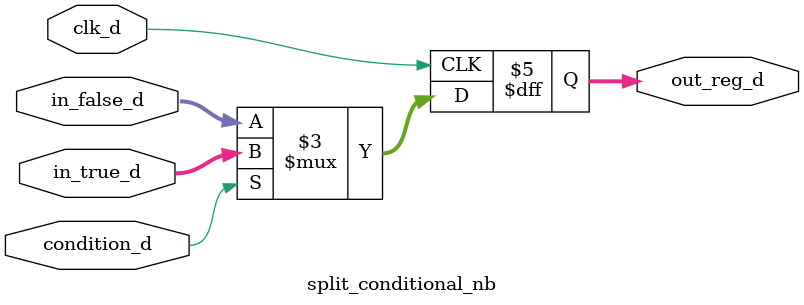
<source format=sv>
module split_conditional_nb (
    input logic condition_d,
    input logic [7:0] in_true_d,
    input logic [7:0] in_false_d,
    output logic [7:0] out_reg_d,
    input logic clk_d
);
    always @(posedge clk_d) begin
        if (condition_d) begin
            out_reg_d <= in_true_d;
        end else begin
            out_reg_d <= in_false_d;
        end
    end
endmodule


</source>
